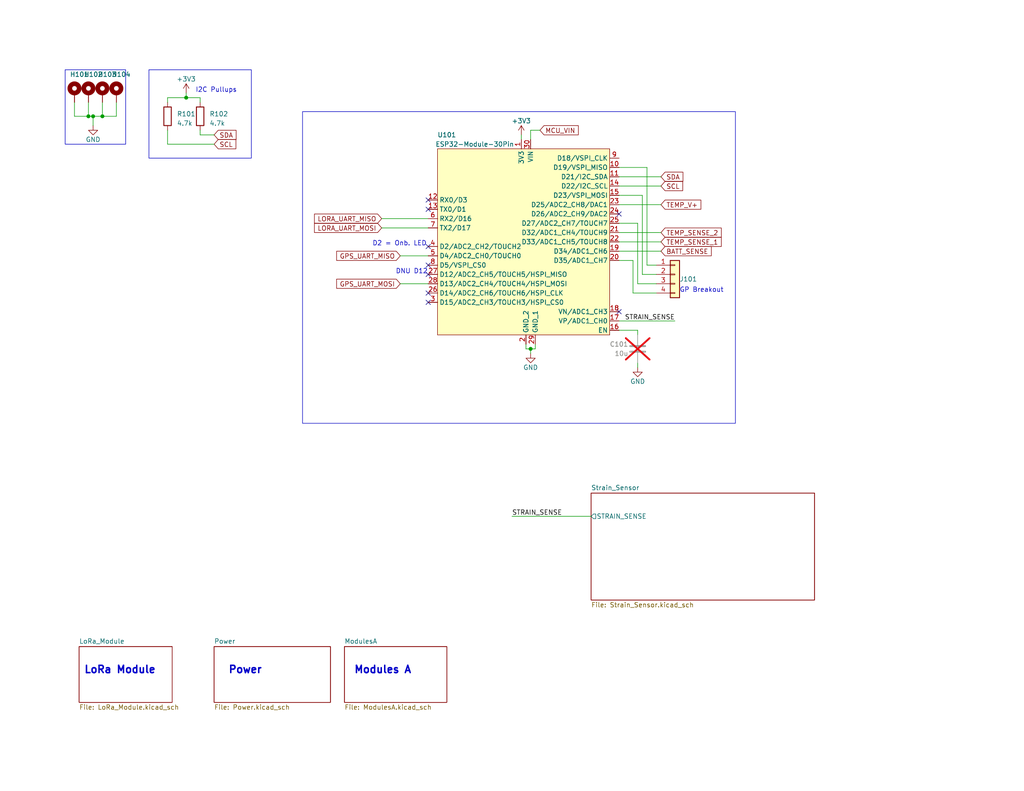
<source format=kicad_sch>
(kicad_sch (version 20230121) (generator eeschema)
  (paper "USLetter")
  (lib_symbols
    (symbol "00_This_Project_Symbol_Lib:ESP32-Module-30Pin"
      (property "Reference" "U" (at -20.32 19.05 0))
      (property "Value" "ESP32-Module-30Pin" (at -15.24 16.51 0))
      (symbol "ESP32-Module-30Pin_1_1"
        (rectangle (start -25.4 15.24) (end 21.59 -35.56) (fill (type background)))
        (pin bidirectional line (at -2.54 17.78 270) (length 2.54) (name "3V3") (number "1"))
        (pin bidirectional line (at 24.13 10.16 180) (length 2.54) (name "D19/VSPI_MISO") (number "10"))
        (pin bidirectional line (at 24.13 7.62 180) (length 2.54) (name "D21/I2C_SDA") (number "11"))
        (pin bidirectional line (at -27.94 1.27 0) (length 2.54) (name "RX0/D3") (number "12"))
        (pin bidirectional line (at -27.94 -1.27 0) (length 2.54) (name "TX0/D1") (number "13"))
        (pin bidirectional line (at 24.13 5.08 180) (length 2.54) (name "D22/I2C_SCL") (number "14"))
        (pin bidirectional line (at 24.13 2.54 180) (length 2.54) (name "D23/VSPI_MOSI") (number "15"))
        (pin bidirectional line (at 24.13 -34.29 180) (length 2.54) (name "EN") (number "16"))
        (pin bidirectional line (at 24.13 -31.75 180) (length 2.54) (name "VP/ADC1_CH0") (number "17"))
        (pin bidirectional line (at 24.13 -29.21 180) (length 2.54) (name "VN/ADC1_CH3") (number "18"))
        (pin bidirectional line (at 24.13 -12.7 180) (length 2.54) (name "D34/ADC1_CH6") (number "19"))
        (pin power_in line (at -1.27 -38.1 90) (length 2.54) (name "GND_2") (number "2"))
        (pin bidirectional line (at 24.13 -15.24 180) (length 2.54) (name "D35/ADC1_CH7") (number "20"))
        (pin bidirectional line (at 24.13 -7.62 180) (length 2.54) (name "D32/ADC1_CH4/TOUCH9") (number "21"))
        (pin bidirectional line (at 24.13 -10.16 180) (length 2.54) (name "D33/ADC1_CH5/TOUCH8") (number "22"))
        (pin bidirectional line (at 24.13 0 180) (length 2.54) (name "D25/ADC2_CH8/DAC1") (number "23"))
        (pin bidirectional line (at 24.13 -2.54 180) (length 2.54) (name "D26/ADC2_CH9/DAC2") (number "24"))
        (pin bidirectional line (at 24.13 -5.08 180) (length 2.54) (name "D27/ADC2_CH7/TOUCH7") (number "25"))
        (pin bidirectional line (at -27.94 -24.13 0) (length 2.54) (name "D14/ADC2_CH6/TOUCH6/HSPI_CLK") (number "26"))
        (pin bidirectional line (at -27.94 -19.05 0) (length 2.54) (name "D12/ADC2_CH5/TOUCH5/HSPI_MISO") (number "27"))
        (pin bidirectional line (at -27.94 -21.59 0) (length 2.54) (name "D13/ADC2_CH4/TOUCH4/HSPI_MOSI") (number "28"))
        (pin power_in line (at 1.27 -38.1 90) (length 2.54) (name "GND_1") (number "29"))
        (pin bidirectional line (at -27.94 -26.67 0) (length 2.54) (name "D15/ADC2_CH3/TOUCH3/HSPI_CS0") (number "3"))
        (pin power_in line (at 0 17.78 270) (length 2.54) (name "VIN") (number "30"))
        (pin bidirectional line (at -27.94 -11.43 0) (length 2.54) (name "D2/ADC2_CH2/TOUCH2") (number "4"))
        (pin bidirectional line (at -27.94 -13.97 0) (length 2.54) (name "D4/ADC2_CH0/TOUCH0") (number "5"))
        (pin bidirectional line (at -27.94 -3.81 0) (length 2.54) (name "RX2/D16") (number "6"))
        (pin bidirectional line (at -27.94 -6.35 0) (length 2.54) (name "TX2/D17") (number "7"))
        (pin bidirectional line (at -27.94 -16.51 0) (length 2.54) (name "D5/VSPI_CS0") (number "8"))
        (pin bidirectional line (at 24.13 12.7 180) (length 2.54) (name "D18/VSPI_CLK") (number "9"))
      )
    )
    (symbol "Connector_Generic:Conn_01x04" (pin_names (offset 1.016) hide)
      (property "Reference" "J" (at 0 5.08 0))
      (property "Value" "Conn_01x04" (at 0 -7.62 0))
      (symbol "Conn_01x04_1_1"
        (rectangle (start -1.27 -4.953) (end 0 -5.207) (stroke (width 0.1524)))
        (rectangle (start -1.27 -2.413) (end 0 -2.667) (stroke (width 0.1524)))
        (rectangle (start -1.27 0.127) (end 0 -0.127) (stroke (width 0.1524)))
        (rectangle (start -1.27 2.667) (end 0 2.413) (stroke (width 0.1524)))
        (rectangle (start -1.27 3.81) (end 1.27 -6.35) (stroke (width 0.254)) (fill (type background)))
        (pin passive line (at -5.08 2.54 0) (length 3.81) (name "Pin_1") (number "1"))
        (pin passive line (at -5.08 0 0) (length 3.81) (name "Pin_2") (number "2"))
        (pin passive line (at -5.08 -2.54 0) (length 3.81) (name "Pin_3") (number "3"))
        (pin passive line (at -5.08 -5.08 0) (length 3.81) (name "Pin_4") (number "4"))
      )
    )
    (symbol "Device:C" (pin_numbers hide) (pin_names (offset 0.254))
      (property "Reference" "C" (at 0.635 2.54 0))
      (property "Value" "C" (at 0.635 -2.54 0))
      (symbol "C_0_1"
        (polyline (pts (xy -2.032 -0.762) (xy 2.032 -0.762)) (stroke (width 0.508)))
        (polyline (pts (xy -2.032 0.762) (xy 2.032 0.762)) (stroke (width 0.508)))
      )
      (symbol "C_1_1"
        (pin passive line (at 0 3.81 270) (length 2.794) (name "~") (number "1"))
        (pin passive line (at 0 -3.81 90) (length 2.794) (name "~") (number "2"))
      )
    )
    (symbol "Device:R" (pin_numbers hide) (pin_names (offset 0))
      (property "Reference" "R" (at 2.032 0 90))
      (property "Value" "R" (at 0 0 90))
      (symbol "R_0_1"
        (rectangle (start -1.016 -2.54) (end 1.016 2.54) (stroke (width 0.254)))
      )
      (symbol "R_1_1"
        (pin passive line (at 0 3.81 270) (length 1.27) (name "~") (number "1"))
        (pin passive line (at 0 -3.81 90) (length 1.27) (name "~") (number "2"))
      )
    )
    (symbol "Mechanical:MountingHole_Pad" (pin_numbers hide) (pin_names (offset 1.016) hide)
      (property "Reference" "H" (at 0 6.35 0))
      (property "Value" "MountingHole_Pad" (at 0 4.445 0))
      (symbol "MountingHole_Pad_0_1"
        (circle (center 0 1.27) (radius 1.27) (stroke (width 1.27)))
      )
      (symbol "MountingHole_Pad_1_1"
        (pin input line (at 0 -2.54 90) (length 2.54) (name "1") (number "1"))
      )
    )
    (symbol "power:+3V3" (power) (pin_names (offset 0))
      (property "Value" "+3V3" (at 0 3.556 0))
      (symbol "+3V3_0_1"
        (polyline (pts (xy -0.762 1.27) (xy 0 2.54)))
        (polyline (pts (xy 0 0) (xy 0 2.54)))
        (polyline (pts (xy 0 2.54) (xy 0.762 1.27)))
      )
      (symbol "+3V3_1_1"
        (pin power_in line (at 0 0 90) (length 0) hide (name "+3V3") (number "1"))
      )
    )
    (symbol "power:GND" (power) (pin_names (offset 0))
      (property "Value" "GND" (at 0 -3.81 0))
      (symbol "GND_0_1"
        (polyline (pts (xy 0 0) (xy 0 -1.27) (xy 1.27 -1.27) (xy 0 -2.54) (xy -1.27 -1.27) (xy 0 -1.27)))
      )
      (symbol "GND_1_1"
        (pin power_in line (at 0 0 270) (length 0) hide (name "GND") (number "1"))
      )
    )
  )
  (junction (at 24.13 31.75))
  (junction (at 144.78 95.25))
  (junction (at 27.94 31.75))
  (junction (at 50.8 26.67))
  (junction (at 25.4 31.75))
  (no_connect (at 116.84 82.55))
  (no_connect (at 116.84 74.93))
  (no_connect (at 116.84 67.31))
  (no_connect (at 168.91 58.42))
  (no_connect (at 116.84 72.39))
  (no_connect (at 116.84 80.01))
  (no_connect (at 116.84 54.61))
  (no_connect (at 168.91 85.09))
  (no_connect (at 116.84 57.15))
  (wire (pts (xy 139.7 140.97) (xy 161.29 140.97)))
  (wire (pts (xy 45.72 35.56) (xy 45.72 39.37)))
  (wire (pts (xy 172.72 71.12) (xy 172.72 80.01)))
  (wire (pts (xy 24.13 27.94) (xy 24.13 31.75)))
  (wire (pts (xy 109.22 69.85) (xy 116.84 69.85)))
  (wire (pts (xy 20.32 27.94) (xy 20.32 31.75)))
  (wire (pts (xy 168.91 90.17) (xy 173.99 90.17)))
  (wire (pts (xy 24.13 31.75) (xy 25.4 31.75)))
  (wire (pts (xy 168.91 60.96) (xy 173.99 60.96)))
  (wire (pts (xy 168.91 87.63) (xy 184.15 87.63)))
  (wire (pts (xy 27.94 27.94) (xy 27.94 31.75)))
  (wire (pts (xy 45.72 27.94) (xy 45.72 26.67)))
  (wire (pts (xy 25.4 31.75) (xy 25.4 34.29)))
  (wire (pts (xy 173.99 99.06) (xy 173.99 100.33)))
  (wire (pts (xy 54.61 36.83) (xy 54.61 35.56)))
  (wire (pts (xy 20.32 31.75) (xy 24.13 31.75)))
  (wire (pts (xy 50.8 25.4) (xy 50.8 26.67)))
  (wire (pts (xy 104.14 62.23) (xy 116.84 62.23)))
  (wire (pts (xy 144.78 35.56) (xy 144.78 38.1)))
  (wire (pts (xy 173.99 90.17) (xy 173.99 91.44)))
  (wire (pts (xy 176.53 72.39) (xy 179.07 72.39)))
  (wire (pts (xy 143.51 95.25) (xy 144.78 95.25)))
  (wire (pts (xy 168.91 48.26) (xy 180.34 48.26)))
  (wire (pts (xy 168.91 63.5) (xy 180.34 63.5)))
  (wire (pts (xy 175.26 74.93) (xy 179.07 74.93)))
  (wire (pts (xy 168.91 68.58) (xy 180.34 68.58)))
  (wire (pts (xy 144.78 95.25) (xy 146.05 95.25)))
  (wire (pts (xy 58.42 36.83) (xy 54.61 36.83)))
  (wire (pts (xy 54.61 26.67) (xy 54.61 27.94)))
  (wire (pts (xy 31.75 31.75) (xy 31.75 27.94)))
  (wire (pts (xy 168.91 71.12) (xy 172.72 71.12)))
  (wire (pts (xy 168.91 53.34) (xy 175.26 53.34)))
  (wire (pts (xy 168.91 50.8) (xy 180.34 50.8)))
  (wire (pts (xy 45.72 39.37) (xy 58.42 39.37)))
  (wire (pts (xy 27.94 31.75) (xy 31.75 31.75)))
  (wire (pts (xy 25.4 31.75) (xy 27.94 31.75)))
  (wire (pts (xy 147.32 35.56) (xy 144.78 35.56)))
  (wire (pts (xy 168.91 66.04) (xy 180.34 66.04)))
  (wire (pts (xy 144.78 95.25) (xy 144.78 96.52)))
  (wire (pts (xy 104.14 59.69) (xy 116.84 59.69)))
  (wire (pts (xy 50.8 26.67) (xy 54.61 26.67)))
  (wire (pts (xy 146.05 95.25) (xy 146.05 93.98)))
  (wire (pts (xy 176.53 45.72) (xy 176.53 72.39)))
  (wire (pts (xy 143.51 93.98) (xy 143.51 95.25)))
  (wire (pts (xy 168.91 55.88) (xy 180.34 55.88)))
  (wire (pts (xy 172.72 80.01) (xy 179.07 80.01)))
  (wire (pts (xy 173.99 77.47) (xy 179.07 77.47)))
  (wire (pts (xy 175.26 53.34) (xy 175.26 74.93)))
  (wire (pts (xy 45.72 26.67) (xy 50.8 26.67)))
  (wire (pts (xy 168.91 45.72) (xy 176.53 45.72)))
  (wire (pts (xy 109.22 77.47) (xy 116.84 77.47)))
  (wire (pts (xy 142.24 36.83) (xy 142.24 38.1)))
  (wire (pts (xy 173.99 60.96) (xy 173.99 77.47)))
  (rectangle (start 82.55 30.48) (end 200.66 115.57))
  (rectangle (start 17.78 19.05) (end 34.29 39.37))
  (rectangle (start 40.64 19.05) (end 68.58 43.18))
  (text "LoRa Module" (at 22.86 184.15 0) (effects (font (size 2 2) (thickness 0.4) bold) (justify left bottom)))
  (text "GP Breakout" (at 185.42 80.01 0) (effects (font (size 1.27 1.27)) (justify left bottom)))
  (text "D2 = Onb. LED" (at 101.6 67.31 0) (effects (font (size 1.27 1.27)) (justify left bottom)))
  (text "Modules A" (at 96.52 184.15 0) (effects (font (size 2 2) (thickness 0.4) bold) (justify left bottom)))
  (text "DNU D12" (at 107.95 74.93 0) (effects (font (size 1.27 1.27)) (justify left bottom)))
  (text "Power" (at 62.23 184.15 0) (effects (font (size 2 2) (thickness 0.4) bold) (justify left bottom)))
  (text "I2C Pullups" (at 53.34 25.4 0) (effects (font (size 1.27 1.27)) (justify left bottom)))
  (label "STRAIN_SENSE" (at 184.15 87.63 180))
  (label "STRAIN_SENSE" (at 139.7 140.97 0))
  (global_label "MCU_VIN" (shape input) (at 147.32 35.56 0) (property "Intersheetrefs" "${INTERSHEET_REFS}" (effects hide)))
  (global_label "BATT_SENSE" (shape input) (at 180.34 68.58 0) (property "Intersheetrefs" "${INTERSHEET_REFS}" (effects hide)))
  (global_label "GPS_UART_MOSI" (shape input) (at 109.22 77.47 180) (property "Intersheetrefs" "${INTERSHEET_REFS}" (effects hide)))
  (global_label "SDA" (shape input) (at 180.34 48.26 0) (property "Intersheetrefs" "${INTERSHEET_REFS}" (effects hide)))
  (global_label "LORA_UART_MISO" (shape input) (at 104.14 59.69 180) (property "Intersheetrefs" "${INTERSHEET_REFS}" (effects hide)))
  (global_label "SDA" (shape input) (at 58.42 36.83 0) (property "Intersheetrefs" "${INTERSHEET_REFS}" (effects hide)))
  (global_label "LORA_UART_MOSI" (shape input) (at 104.14 62.23 180) (property "Intersheetrefs" "${INTERSHEET_REFS}" (effects hide)))
  (global_label "GPS_UART_MISO" (shape input) (at 109.22 69.85 180) (property "Intersheetrefs" "${INTERSHEET_REFS}" (effects hide)))
  (global_label "TEMP_V+" (shape input) (at 180.34 55.88 0) (property "Intersheetrefs" "${INTERSHEET_REFS}" (effects hide)))
  (global_label "TEMP_SENSE_2" (shape input) (at 180.34 63.5 0) (property "Intersheetrefs" "${INTERSHEET_REFS}" (effects hide)))
  (global_label "SCL" (shape input) (at 180.34 50.8 0) (property "Intersheetrefs" "${INTERSHEET_REFS}" (effects hide)))
  (global_label "TEMP_SENSE_1" (shape input) (at 180.34 66.04 0) (property "Intersheetrefs" "${INTERSHEET_REFS}" (effects hide)))
  (global_label "SCL" (shape input) (at 58.42 39.37 0) (property "Intersheetrefs" "${INTERSHEET_REFS}" (effects hide)))
  (symbol (lib_id "power:+3V3") (at 50.8 25.4 0) (unit 1)
    (property "Reference" "#PWR0102" (effects hide))
    (property "Value" "+3V3" (at 50.8 21.59 0))
  )
  (symbol (lib_id "Device:R") (at 54.61 31.75 0) (unit 1)
    (property "Reference" "R102" (at 57.15 31.115 0) (effects (justify left)))
    (property "Value" "4.7k" (at 57.15 33.655 0) (effects (justify left)))
    (property "Footprint" "Resistor_SMD:R_1206_3216Metric_Pad1.30x1.75mm_HandSolder" (effects hide))
  )
  (symbol (lib_id "power:+3V3") (at 142.24 36.83 0) (unit 1)
    (property "Reference" "#PWR0109" (effects hide))
    (property "Value" "+3V3" (at 142.24 33.02 0))
  )
  (symbol (lib_id "Mechanical:MountingHole_Pad") (at 20.32 25.4 0) (unit 1)
    (property "Reference" "H101" (at 19.05 20.32 0) (effects (justify left)))
    (property "Value" "MountingHole_Pad" (effects hide))
    (property "Footprint" "MountingHole:MountingHole_3.2mm_M3_DIN965_Pad" (effects hide))
  )
  (symbol (lib_id "00_This_Project_Symbol_Lib:ESP32-Module-30Pin") (at 144.78 55.88 0) (unit 1)
    (property "Reference" "U101" (at 121.92 36.83 0))
    (property "Value" "ESP32-Module-30Pin" (at 129.54 39.37 0))
    (property "Footprint" "00 This Project Symbol Lib:ESP32-Module-30Pin" (effects hide))
  )
  (symbol (lib_id "Connector_Generic:Conn_01x04") (at 184.15 74.93 0) (unit 1)
    (property "Reference" "J101" (at 185.42 76.2 0) (effects (justify left)))
    (property "Value" "Conn_01x04" (effects hide))
    (property "Footprint" "Connector_PinHeader_2.54mm:PinHeader_1x04_P2.54mm_Vertical" (effects hide))
  )
  (symbol (lib_id "Mechanical:MountingHole_Pad") (at 24.13 25.4 0) (unit 1)
    (property "Reference" "H102" (at 22.86 20.32 0) (effects (justify left)))
    (property "Value" "MountingHole_Pad" (effects hide))
    (property "Footprint" "MountingHole:MountingHole_3.2mm_M3_DIN965_Pad" (effects hide))
  )
  (symbol (lib_id "Device:R") (at 45.72 31.75 0) (unit 1)
    (property "Reference" "R101" (at 48.26 31.115 0) (effects (justify left)))
    (property "Value" "4.7k" (at 48.26 33.655 0) (effects (justify left)))
    (property "Footprint" "Resistor_SMD:R_1206_3216Metric_Pad1.30x1.75mm_HandSolder" (effects hide))
  )
  (symbol (lib_id "Device:C") (at 173.99 95.25 0) (mirror y) (unit 1) (dnp yes)
    (property "Reference" "C101" (at 171.45 93.98 0) (effects (justify left)))
    (property "Value" "10u" (at 171.45 96.52 0) (effects (justify left)))
    (property "Footprint" "Capacitor_SMD:C_1206_3216Metric_Pad1.33x1.80mm_HandSolder" (effects hide))
  )
  (symbol (lib_id "power:GND") (at 144.78 96.52 0) (unit 1)
    (property "Reference" "#PWR0110" (effects hide))
    (property "Value" "GND" (at 144.78 100.33 0))
  )
  (symbol (lib_id "power:GND") (at 25.4 34.29 0) (unit 1)
    (property "Reference" "#PWR0101" (effects hide))
    (property "Value" "GND" (at 25.4 38.1 0))
  )
  (symbol (lib_id "power:GND") (at 173.99 100.33 0) (unit 1)
    (property "Reference" "#PWR0111" (effects hide))
    (property "Value" "GND" (at 173.99 104.14 0))
  )
  (symbol (lib_id "Mechanical:MountingHole_Pad") (at 31.75 25.4 0) (unit 1)
    (property "Reference" "H104" (at 30.48 20.32 0) (effects (justify left)))
    (property "Value" "MountingHole_Pad" (effects hide))
    (property "Footprint" "MountingHole:MountingHole_3.2mm_M3_DIN965_Pad" (effects hide))
  )
  (symbol (lib_id "Mechanical:MountingHole_Pad") (at 27.94 25.4 0) (unit 1)
    (property "Reference" "H103" (at 26.67 20.32 0) (effects (justify left)))
    (property "Value" "MountingHole_Pad" (effects hide))
    (property "Footprint" "MountingHole:MountingHole_3.2mm_M3_DIN965_Pad" (effects hide))
  )
  (sheet (at 58.42 176.53) (size 31.75 15.24) (stroke (width 0.1524))
    (property "Sheetname" "Power" (at 58.42 175.8184 0) (effects (justify left bottom)))
    (property "Sheetfile" "Power.kicad_sch" (at 58.42 192.3546 0) (effects (justify left top)))
  )
  (sheet (at 21.59 176.53) (size 25.4 15.24) (stroke (width 0.1524))
    (property "Sheetname" "LoRa_Module" (at 21.59 175.8184 0) (effects (justify left bottom)))
    (property "Sheetfile" "LoRa_Module.kicad_sch" (at 21.59 192.3546 0) (effects (justify left top)))
  )
  (sheet (at 161.29 134.62) (size 60.96 29.21) (stroke (width 0.1524))
    (property "Sheetname" "Strain_Sensor" (at 161.29 133.9084 0) (effects (justify left bottom)))
    (property "Sheetfile" "Strain_Sensor.kicad_sch" (at 161.29 164.4146 0) (effects (justify left top)))
    (pin "STRAIN_SENSE" output (at 161.29 140.97 180))
  )
  (sheet (at 93.98 176.53) (size 27.94 15.24) (stroke (width 0.1524))
    (property "Sheetname" "ModulesA" (at 93.98 175.8184 0) (effects (justify left bottom)))
    (property "Sheetfile" "ModulesA.kicad_sch" (at 93.98 192.3546 0) (effects (justify left top)))
  )
)
</source>
